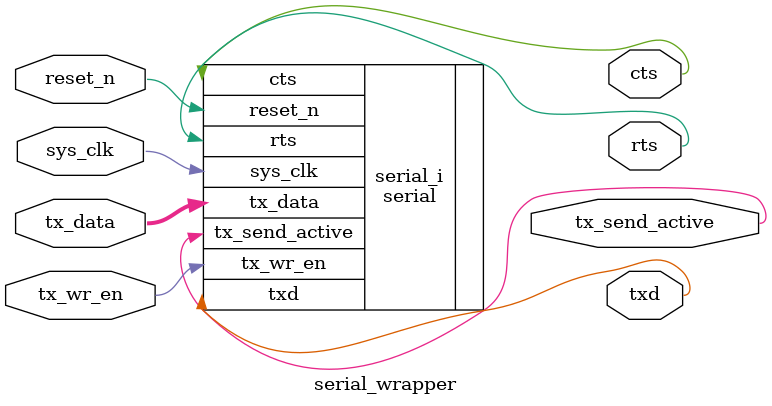
<source format=v>
`timescale 1 ps / 1 ps

module serial_wrapper
   (cts,
    reset_n,
    rts,
    sys_clk,
    tx_data,
    tx_send_active,
    tx_wr_en,
    txd);
  output cts;
  input reset_n;
  output rts;
  input sys_clk;
  input [7:0]tx_data;
  output [0:0]tx_send_active;
  input tx_wr_en;
  output txd;

  wire cts;
  wire reset_n;
  wire rts;
  wire sys_clk;
  wire [7:0]tx_data;
  wire [0:0]tx_send_active;
  wire tx_wr_en;
  wire txd;

  serial serial_i
       (.cts(cts),
        .reset_n(reset_n),
        .rts(rts),
        .sys_clk(sys_clk),
        .tx_data(tx_data),
        .tx_send_active(tx_send_active),
        .tx_wr_en(tx_wr_en),
        .txd(txd));
endmodule

</source>
